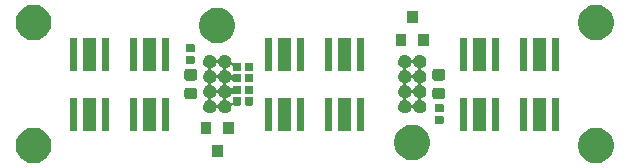
<source format=gbr>
G04 #@! TF.GenerationSoftware,KiCad,Pcbnew,(5.1.4)-1*
G04 #@! TF.CreationDate,2020-10-23T12:02:29-10:00*
G04 #@! TF.ProjectId,SkateLightBackLEDBoard,536b6174-654c-4696-9768-744261636b4c,rev?*
G04 #@! TF.SameCoordinates,Original*
G04 #@! TF.FileFunction,Soldermask,Top*
G04 #@! TF.FilePolarity,Negative*
%FSLAX46Y46*%
G04 Gerber Fmt 4.6, Leading zero omitted, Abs format (unit mm)*
G04 Created by KiCad (PCBNEW (5.1.4)-1) date 2020-10-23 12:02:29*
%MOMM*%
%LPD*%
G04 APERTURE LIST*
%ADD10C,0.100000*%
G04 APERTURE END LIST*
D10*
G36*
X24107379Y-3724543D02*
G01*
X24253388Y-3753586D01*
X24528464Y-3867526D01*
X24776025Y-4032941D01*
X24986559Y-4243475D01*
X25151974Y-4491036D01*
X25265914Y-4766112D01*
X25324000Y-5058130D01*
X25324000Y-5355870D01*
X25265914Y-5647888D01*
X25151974Y-5922964D01*
X24986559Y-6170525D01*
X24776025Y-6381059D01*
X24528464Y-6546474D01*
X24253388Y-6660414D01*
X24107379Y-6689457D01*
X23961371Y-6718500D01*
X23663629Y-6718500D01*
X23517621Y-6689457D01*
X23371612Y-6660414D01*
X23096536Y-6546474D01*
X22848975Y-6381059D01*
X22638441Y-6170525D01*
X22473026Y-5922964D01*
X22359086Y-5647888D01*
X22301000Y-5355870D01*
X22301000Y-5058130D01*
X22359086Y-4766112D01*
X22473026Y-4491036D01*
X22638441Y-4243475D01*
X22848975Y-4032941D01*
X23096536Y-3867526D01*
X23371612Y-3753586D01*
X23517621Y-3724543D01*
X23663629Y-3695500D01*
X23961371Y-3695500D01*
X24107379Y-3724543D01*
X24107379Y-3724543D01*
G37*
G36*
X-23517621Y-3724543D02*
G01*
X-23371612Y-3753586D01*
X-23096536Y-3867526D01*
X-22848975Y-4032941D01*
X-22638441Y-4243475D01*
X-22473026Y-4491036D01*
X-22359086Y-4766112D01*
X-22301000Y-5058130D01*
X-22301000Y-5355870D01*
X-22359086Y-5647888D01*
X-22473026Y-5922964D01*
X-22638441Y-6170525D01*
X-22848975Y-6381059D01*
X-23096536Y-6546474D01*
X-23371612Y-6660414D01*
X-23517621Y-6689457D01*
X-23663629Y-6718500D01*
X-23961371Y-6718500D01*
X-24107379Y-6689457D01*
X-24253388Y-6660414D01*
X-24528464Y-6546474D01*
X-24776025Y-6381059D01*
X-24986559Y-6170525D01*
X-25151974Y-5922964D01*
X-25265914Y-5647888D01*
X-25324000Y-5355870D01*
X-25324000Y-5058130D01*
X-25265914Y-4766112D01*
X-25151974Y-4491036D01*
X-24986559Y-4243475D01*
X-24776025Y-4032941D01*
X-24528464Y-3867526D01*
X-24253388Y-3753586D01*
X-24107379Y-3724543D01*
X-23961371Y-3695500D01*
X-23663629Y-3695500D01*
X-23517621Y-3724543D01*
X-23517621Y-3724543D01*
G37*
G36*
X8549879Y-3470543D02*
G01*
X8695888Y-3499586D01*
X8970964Y-3613526D01*
X9218525Y-3778941D01*
X9429059Y-3989475D01*
X9594474Y-4237036D01*
X9708414Y-4512112D01*
X9766500Y-4804130D01*
X9766500Y-5101870D01*
X9708414Y-5393888D01*
X9594474Y-5668964D01*
X9429059Y-5916525D01*
X9218525Y-6127059D01*
X8970964Y-6292474D01*
X8695888Y-6406414D01*
X8549879Y-6435457D01*
X8403871Y-6464500D01*
X8106129Y-6464500D01*
X7960121Y-6435457D01*
X7814112Y-6406414D01*
X7539036Y-6292474D01*
X7291475Y-6127059D01*
X7080941Y-5916525D01*
X6915526Y-5668964D01*
X6801586Y-5393888D01*
X6743500Y-5101870D01*
X6743500Y-4804130D01*
X6801586Y-4512112D01*
X6915526Y-4237036D01*
X7080941Y-3989475D01*
X7291475Y-3778941D01*
X7539036Y-3613526D01*
X7814112Y-3499586D01*
X7960121Y-3470543D01*
X8106129Y-3441500D01*
X8403871Y-3441500D01*
X8549879Y-3470543D01*
X8549879Y-3470543D01*
G37*
G36*
X-7804000Y-6200000D02*
G01*
X-8706000Y-6200000D01*
X-8706000Y-5198000D01*
X-7804000Y-5198000D01*
X-7804000Y-6200000D01*
X-7804000Y-6200000D01*
G37*
G36*
X-8754000Y-4200000D02*
G01*
X-9656000Y-4200000D01*
X-9656000Y-3198000D01*
X-8754000Y-3198000D01*
X-8754000Y-4200000D01*
X-8754000Y-4200000D01*
G37*
G36*
X-6854000Y-4200000D02*
G01*
X-7756000Y-4200000D01*
X-7756000Y-3198000D01*
X-6854000Y-3198000D01*
X-6854000Y-4200000D01*
X-6854000Y-4200000D01*
G37*
G36*
X4191000Y-3941000D02*
G01*
X3589000Y-3941000D01*
X3589000Y-1139000D01*
X4191000Y-1139000D01*
X4191000Y-3941000D01*
X4191000Y-3941000D01*
G37*
G36*
X20701000Y-3941000D02*
G01*
X20099000Y-3941000D01*
X20099000Y-1139000D01*
X20701000Y-1139000D01*
X20701000Y-3941000D01*
X20701000Y-3941000D01*
G37*
G36*
X18001000Y-3941000D02*
G01*
X17399000Y-3941000D01*
X17399000Y-1139000D01*
X18001000Y-1139000D01*
X18001000Y-3941000D01*
X18001000Y-3941000D01*
G37*
G36*
X19601000Y-3941000D02*
G01*
X18499000Y-3941000D01*
X18499000Y-1139000D01*
X19601000Y-1139000D01*
X19601000Y-3941000D01*
X19601000Y-3941000D01*
G37*
G36*
X15621000Y-3941000D02*
G01*
X15019000Y-3941000D01*
X15019000Y-1139000D01*
X15621000Y-1139000D01*
X15621000Y-3941000D01*
X15621000Y-3941000D01*
G37*
G36*
X12921000Y-3941000D02*
G01*
X12319000Y-3941000D01*
X12319000Y-1139000D01*
X12921000Y-1139000D01*
X12921000Y-3941000D01*
X12921000Y-3941000D01*
G37*
G36*
X14521000Y-3941000D02*
G01*
X13419000Y-3941000D01*
X13419000Y-1139000D01*
X14521000Y-1139000D01*
X14521000Y-3941000D01*
X14521000Y-3941000D01*
G37*
G36*
X1491000Y-3941000D02*
G01*
X889000Y-3941000D01*
X889000Y-1139000D01*
X1491000Y-1139000D01*
X1491000Y-3941000D01*
X1491000Y-3941000D01*
G37*
G36*
X3091000Y-3941000D02*
G01*
X1989000Y-3941000D01*
X1989000Y-1139000D01*
X3091000Y-1139000D01*
X3091000Y-3941000D01*
X3091000Y-3941000D01*
G37*
G36*
X-3589000Y-3941000D02*
G01*
X-4191000Y-3941000D01*
X-4191000Y-1139000D01*
X-3589000Y-1139000D01*
X-3589000Y-3941000D01*
X-3589000Y-3941000D01*
G37*
G36*
X-1989000Y-3941000D02*
G01*
X-3091000Y-3941000D01*
X-3091000Y-1139000D01*
X-1989000Y-1139000D01*
X-1989000Y-3941000D01*
X-1989000Y-3941000D01*
G37*
G36*
X-20099000Y-3941000D02*
G01*
X-20701000Y-3941000D01*
X-20701000Y-1139000D01*
X-20099000Y-1139000D01*
X-20099000Y-3941000D01*
X-20099000Y-3941000D01*
G37*
G36*
X-17399000Y-3941000D02*
G01*
X-18001000Y-3941000D01*
X-18001000Y-1139000D01*
X-17399000Y-1139000D01*
X-17399000Y-3941000D01*
X-17399000Y-3941000D01*
G37*
G36*
X-18499000Y-3941000D02*
G01*
X-19601000Y-3941000D01*
X-19601000Y-1139000D01*
X-18499000Y-1139000D01*
X-18499000Y-3941000D01*
X-18499000Y-3941000D01*
G37*
G36*
X-15019000Y-3941000D02*
G01*
X-15621000Y-3941000D01*
X-15621000Y-1139000D01*
X-15019000Y-1139000D01*
X-15019000Y-3941000D01*
X-15019000Y-3941000D01*
G37*
G36*
X-12319000Y-3941000D02*
G01*
X-12921000Y-3941000D01*
X-12921000Y-1139000D01*
X-12319000Y-1139000D01*
X-12319000Y-3941000D01*
X-12319000Y-3941000D01*
G37*
G36*
X-889000Y-3941000D02*
G01*
X-1491000Y-3941000D01*
X-1491000Y-1139000D01*
X-889000Y-1139000D01*
X-889000Y-3941000D01*
X-889000Y-3941000D01*
G37*
G36*
X-13419000Y-3941000D02*
G01*
X-14521000Y-3941000D01*
X-14521000Y-1139000D01*
X-13419000Y-1139000D01*
X-13419000Y-3941000D01*
X-13419000Y-3941000D01*
G37*
G36*
X10822938Y-2681716D02*
G01*
X10843557Y-2687971D01*
X10862553Y-2698124D01*
X10879208Y-2711792D01*
X10892876Y-2728447D01*
X10903029Y-2747443D01*
X10909284Y-2768062D01*
X10912000Y-2795640D01*
X10912000Y-3254360D01*
X10909284Y-3281938D01*
X10903029Y-3302557D01*
X10892876Y-3321553D01*
X10879208Y-3338208D01*
X10862553Y-3351876D01*
X10843557Y-3362029D01*
X10822938Y-3368284D01*
X10795360Y-3371000D01*
X10286640Y-3371000D01*
X10259062Y-3368284D01*
X10238443Y-3362029D01*
X10219447Y-3351876D01*
X10202792Y-3338208D01*
X10189124Y-3321553D01*
X10178971Y-3302557D01*
X10172716Y-3281938D01*
X10170000Y-3254360D01*
X10170000Y-2795640D01*
X10172716Y-2768062D01*
X10178971Y-2747443D01*
X10189124Y-2728447D01*
X10202792Y-2711792D01*
X10219447Y-2698124D01*
X10238443Y-2687971D01*
X10259062Y-2681716D01*
X10286640Y-2679000D01*
X10795360Y-2679000D01*
X10822938Y-2681716D01*
X10822938Y-2681716D01*
G37*
G36*
X7783051Y2442520D02*
G01*
X7833920Y2421449D01*
X7884786Y2400380D01*
X7976342Y2339204D01*
X8054204Y2261342D01*
X8115380Y2169786D01*
X8139516Y2111515D01*
X8151068Y2089905D01*
X8166613Y2070963D01*
X8185555Y2055418D01*
X8207166Y2043867D01*
X8230615Y2036754D01*
X8255001Y2034352D01*
X8279387Y2036754D01*
X8302836Y2043867D01*
X8324446Y2055419D01*
X8343388Y2070964D01*
X8358933Y2089906D01*
X8370484Y2111515D01*
X8394620Y2169786D01*
X8455796Y2261342D01*
X8533658Y2339204D01*
X8625214Y2400380D01*
X8676080Y2421449D01*
X8726949Y2442520D01*
X8834941Y2464000D01*
X8945059Y2464000D01*
X9053051Y2442520D01*
X9103920Y2421449D01*
X9154786Y2400380D01*
X9246342Y2339204D01*
X9324204Y2261342D01*
X9385380Y2169786D01*
X9406449Y2118920D01*
X9427520Y2068051D01*
X9449000Y1960059D01*
X9449000Y1849941D01*
X9427520Y1741949D01*
X9414997Y1711716D01*
X9385380Y1640214D01*
X9324204Y1548658D01*
X9246342Y1470796D01*
X9154786Y1409620D01*
X9096515Y1385484D01*
X9074905Y1373932D01*
X9055963Y1358387D01*
X9040418Y1339445D01*
X9028867Y1317834D01*
X9021754Y1294385D01*
X9019352Y1269999D01*
X9021754Y1245613D01*
X9028867Y1222164D01*
X9040419Y1200554D01*
X9055964Y1181612D01*
X9074906Y1166067D01*
X9096513Y1154517D01*
X9154786Y1130380D01*
X9246342Y1069204D01*
X9324204Y991342D01*
X9385380Y899786D01*
X9406449Y848920D01*
X9427520Y798051D01*
X9449000Y690059D01*
X9449000Y579941D01*
X9427520Y471949D01*
X9409516Y428485D01*
X9385380Y370214D01*
X9324204Y278658D01*
X9246342Y200796D01*
X9154786Y139620D01*
X9096515Y115484D01*
X9074905Y103932D01*
X9055963Y88387D01*
X9040418Y69445D01*
X9028867Y47834D01*
X9021754Y24385D01*
X9019352Y-1D01*
X9021754Y-24387D01*
X9028867Y-47836D01*
X9040419Y-69446D01*
X9055964Y-88388D01*
X9074906Y-103933D01*
X9096513Y-115483D01*
X9154786Y-139620D01*
X9246342Y-200796D01*
X9324204Y-278658D01*
X9385380Y-370214D01*
X9402452Y-411431D01*
X9427520Y-471949D01*
X9449000Y-579941D01*
X9449000Y-690059D01*
X9427520Y-798051D01*
X9413138Y-832771D01*
X9385380Y-899786D01*
X9324204Y-991342D01*
X9246342Y-1069204D01*
X9154786Y-1130380D01*
X9096515Y-1154516D01*
X9074905Y-1166068D01*
X9055963Y-1181613D01*
X9040418Y-1200555D01*
X9028867Y-1222166D01*
X9021754Y-1245615D01*
X9019352Y-1270001D01*
X9021754Y-1294387D01*
X9028867Y-1317836D01*
X9040419Y-1339446D01*
X9055964Y-1358388D01*
X9074906Y-1373933D01*
X9096513Y-1385483D01*
X9154786Y-1409620D01*
X9246342Y-1470796D01*
X9324204Y-1548658D01*
X9385380Y-1640214D01*
X9400489Y-1676691D01*
X9427520Y-1741949D01*
X9449000Y-1849941D01*
X9449000Y-1960059D01*
X9427520Y-2068051D01*
X9418467Y-2089906D01*
X9385380Y-2169786D01*
X9324204Y-2261342D01*
X9246342Y-2339204D01*
X9154786Y-2400380D01*
X9103920Y-2421449D01*
X9053051Y-2442520D01*
X8945059Y-2464000D01*
X8834941Y-2464000D01*
X8726949Y-2442520D01*
X8676080Y-2421449D01*
X8625214Y-2400380D01*
X8533658Y-2339204D01*
X8455796Y-2261342D01*
X8394620Y-2169786D01*
X8370483Y-2111513D01*
X8358932Y-2089905D01*
X8343387Y-2070963D01*
X8324445Y-2055418D01*
X8302834Y-2043867D01*
X8279385Y-2036754D01*
X8254999Y-2034352D01*
X8230613Y-2036754D01*
X8207164Y-2043867D01*
X8185554Y-2055419D01*
X8166612Y-2070964D01*
X8151067Y-2089906D01*
X8139517Y-2111513D01*
X8115380Y-2169786D01*
X8054204Y-2261342D01*
X7976342Y-2339204D01*
X7884786Y-2400380D01*
X7833920Y-2421449D01*
X7783051Y-2442520D01*
X7675059Y-2464000D01*
X7564941Y-2464000D01*
X7456949Y-2442520D01*
X7406080Y-2421449D01*
X7355214Y-2400380D01*
X7263658Y-2339204D01*
X7185796Y-2261342D01*
X7124620Y-2169786D01*
X7091533Y-2089906D01*
X7082480Y-2068051D01*
X7061000Y-1960059D01*
X7061000Y-1849941D01*
X7082480Y-1741949D01*
X7109511Y-1676691D01*
X7124620Y-1640214D01*
X7185796Y-1548658D01*
X7263658Y-1470796D01*
X7355214Y-1409620D01*
X7413487Y-1385483D01*
X7435095Y-1373932D01*
X7454037Y-1358387D01*
X7469582Y-1339445D01*
X7481133Y-1317834D01*
X7488246Y-1294385D01*
X7490647Y-1270001D01*
X7749352Y-1270001D01*
X7751754Y-1294387D01*
X7758867Y-1317836D01*
X7770419Y-1339446D01*
X7785964Y-1358388D01*
X7804906Y-1373933D01*
X7826513Y-1385483D01*
X7884786Y-1409620D01*
X7976342Y-1470796D01*
X8054204Y-1548658D01*
X8115380Y-1640214D01*
X8139516Y-1698485D01*
X8151068Y-1720095D01*
X8166613Y-1739037D01*
X8185555Y-1754582D01*
X8207166Y-1766133D01*
X8230615Y-1773246D01*
X8255001Y-1775648D01*
X8279387Y-1773246D01*
X8302836Y-1766133D01*
X8324446Y-1754581D01*
X8343388Y-1739036D01*
X8358933Y-1720094D01*
X8370484Y-1698485D01*
X8394620Y-1640214D01*
X8455796Y-1548658D01*
X8533658Y-1470796D01*
X8625214Y-1409620D01*
X8683487Y-1385483D01*
X8705095Y-1373932D01*
X8724037Y-1358387D01*
X8739582Y-1339445D01*
X8751133Y-1317834D01*
X8758246Y-1294385D01*
X8760648Y-1269999D01*
X8758246Y-1245613D01*
X8751133Y-1222164D01*
X8739581Y-1200554D01*
X8724036Y-1181612D01*
X8705094Y-1166067D01*
X8683485Y-1154516D01*
X8625214Y-1130380D01*
X8533658Y-1069204D01*
X8455796Y-991342D01*
X8394620Y-899786D01*
X8370483Y-841513D01*
X8358932Y-819905D01*
X8343387Y-800963D01*
X8324445Y-785418D01*
X8302834Y-773867D01*
X8279385Y-766754D01*
X8254999Y-764352D01*
X8230613Y-766754D01*
X8207164Y-773867D01*
X8185554Y-785419D01*
X8166612Y-800964D01*
X8151067Y-819906D01*
X8139517Y-841513D01*
X8115380Y-899786D01*
X8054204Y-991342D01*
X7976342Y-1069204D01*
X7884786Y-1130380D01*
X7826515Y-1154516D01*
X7804905Y-1166068D01*
X7785963Y-1181613D01*
X7770418Y-1200555D01*
X7758867Y-1222166D01*
X7751754Y-1245615D01*
X7749352Y-1270001D01*
X7490647Y-1270001D01*
X7490648Y-1269999D01*
X7488246Y-1245613D01*
X7481133Y-1222164D01*
X7469581Y-1200554D01*
X7454036Y-1181612D01*
X7435094Y-1166067D01*
X7413485Y-1154516D01*
X7355214Y-1130380D01*
X7263658Y-1069204D01*
X7185796Y-991342D01*
X7124620Y-899786D01*
X7096862Y-832771D01*
X7082480Y-798051D01*
X7061000Y-690059D01*
X7061000Y-579941D01*
X7082480Y-471949D01*
X7107548Y-411431D01*
X7124620Y-370214D01*
X7185796Y-278658D01*
X7263658Y-200796D01*
X7355214Y-139620D01*
X7413487Y-115483D01*
X7435095Y-103932D01*
X7454037Y-88387D01*
X7469582Y-69445D01*
X7481133Y-47834D01*
X7488246Y-24385D01*
X7490647Y-1D01*
X7749352Y-1D01*
X7751754Y-24387D01*
X7758867Y-47836D01*
X7770419Y-69446D01*
X7785964Y-88388D01*
X7804906Y-103933D01*
X7826513Y-115483D01*
X7884786Y-139620D01*
X7976342Y-200796D01*
X8054204Y-278658D01*
X8115380Y-370214D01*
X8132452Y-411431D01*
X8139516Y-428485D01*
X8151068Y-450095D01*
X8166613Y-469037D01*
X8185555Y-484582D01*
X8207166Y-496133D01*
X8230615Y-503246D01*
X8255001Y-505648D01*
X8279387Y-503246D01*
X8302836Y-496133D01*
X8324446Y-484581D01*
X8343388Y-469036D01*
X8358933Y-450094D01*
X8370484Y-428485D01*
X8377548Y-411431D01*
X8394620Y-370214D01*
X8455796Y-278658D01*
X8533658Y-200796D01*
X8625214Y-139620D01*
X8683487Y-115483D01*
X8705095Y-103932D01*
X8724037Y-88387D01*
X8739582Y-69445D01*
X8751133Y-47834D01*
X8758246Y-24385D01*
X8760648Y1D01*
X8758246Y24387D01*
X8751133Y47836D01*
X8739581Y69446D01*
X8724036Y88388D01*
X8705094Y103933D01*
X8683485Y115484D01*
X8625214Y139620D01*
X8533658Y200796D01*
X8455796Y278658D01*
X8394620Y370214D01*
X8370483Y428487D01*
X8358932Y450095D01*
X8343387Y469037D01*
X8324445Y484582D01*
X8302834Y496133D01*
X8279385Y503246D01*
X8254999Y505648D01*
X8230613Y503246D01*
X8207164Y496133D01*
X8185554Y484581D01*
X8166612Y469036D01*
X8151067Y450094D01*
X8139517Y428487D01*
X8115380Y370214D01*
X8054204Y278658D01*
X7976342Y200796D01*
X7884786Y139620D01*
X7826515Y115484D01*
X7804905Y103932D01*
X7785963Y88387D01*
X7770418Y69445D01*
X7758867Y47834D01*
X7751754Y24385D01*
X7749352Y-1D01*
X7490647Y-1D01*
X7490648Y1D01*
X7488246Y24387D01*
X7481133Y47836D01*
X7469581Y69446D01*
X7454036Y88388D01*
X7435094Y103933D01*
X7413485Y115484D01*
X7355214Y139620D01*
X7263658Y200796D01*
X7185796Y278658D01*
X7124620Y370214D01*
X7100484Y428485D01*
X7082480Y471949D01*
X7061000Y579941D01*
X7061000Y690059D01*
X7082480Y798051D01*
X7103551Y848920D01*
X7124620Y899786D01*
X7185796Y991342D01*
X7263658Y1069204D01*
X7355214Y1130380D01*
X7413487Y1154517D01*
X7435095Y1166068D01*
X7454037Y1181613D01*
X7469582Y1200555D01*
X7481133Y1222166D01*
X7488246Y1245615D01*
X7490647Y1269999D01*
X7749352Y1269999D01*
X7751754Y1245613D01*
X7758867Y1222164D01*
X7770419Y1200554D01*
X7785964Y1181612D01*
X7804906Y1166067D01*
X7826513Y1154517D01*
X7884786Y1130380D01*
X7976342Y1069204D01*
X8054204Y991342D01*
X8115380Y899786D01*
X8138255Y844560D01*
X8139516Y841515D01*
X8151068Y819905D01*
X8166613Y800963D01*
X8185555Y785418D01*
X8207166Y773867D01*
X8230615Y766754D01*
X8255001Y764352D01*
X8279387Y766754D01*
X8302836Y773867D01*
X8324446Y785419D01*
X8343388Y800964D01*
X8358933Y819906D01*
X8370484Y841515D01*
X8371745Y844560D01*
X8394620Y899786D01*
X8455796Y991342D01*
X8533658Y1069204D01*
X8625214Y1130380D01*
X8683487Y1154517D01*
X8705095Y1166068D01*
X8724037Y1181613D01*
X8739582Y1200555D01*
X8751133Y1222166D01*
X8758246Y1245615D01*
X8760648Y1270001D01*
X8758246Y1294387D01*
X8751133Y1317836D01*
X8739581Y1339446D01*
X8724036Y1358388D01*
X8705094Y1373933D01*
X8683485Y1385484D01*
X8625214Y1409620D01*
X8533658Y1470796D01*
X8455796Y1548658D01*
X8394620Y1640214D01*
X8370483Y1698487D01*
X8358932Y1720095D01*
X8343387Y1739037D01*
X8324445Y1754582D01*
X8302834Y1766133D01*
X8279385Y1773246D01*
X8254999Y1775648D01*
X8230613Y1773246D01*
X8207164Y1766133D01*
X8185554Y1754581D01*
X8166612Y1739036D01*
X8151067Y1720094D01*
X8139517Y1698487D01*
X8115380Y1640214D01*
X8054204Y1548658D01*
X7976342Y1470796D01*
X7884786Y1409620D01*
X7826515Y1385484D01*
X7804905Y1373932D01*
X7785963Y1358387D01*
X7770418Y1339445D01*
X7758867Y1317834D01*
X7751754Y1294385D01*
X7749352Y1269999D01*
X7490647Y1269999D01*
X7490648Y1270001D01*
X7488246Y1294387D01*
X7481133Y1317836D01*
X7469581Y1339446D01*
X7454036Y1358388D01*
X7435094Y1373933D01*
X7413485Y1385484D01*
X7355214Y1409620D01*
X7263658Y1470796D01*
X7185796Y1548658D01*
X7124620Y1640214D01*
X7095003Y1711716D01*
X7082480Y1741949D01*
X7061000Y1849941D01*
X7061000Y1960059D01*
X7082480Y2068051D01*
X7103551Y2118920D01*
X7124620Y2169786D01*
X7185796Y2261342D01*
X7263658Y2339204D01*
X7355214Y2400380D01*
X7406080Y2421449D01*
X7456949Y2442520D01*
X7564941Y2464000D01*
X7675059Y2464000D01*
X7783051Y2442520D01*
X7783051Y2442520D01*
G37*
G36*
X-8726949Y2442520D02*
G01*
X-8676080Y2421449D01*
X-8625214Y2400380D01*
X-8533658Y2339204D01*
X-8455796Y2261342D01*
X-8394620Y2169786D01*
X-8370484Y2111515D01*
X-8358932Y2089905D01*
X-8343387Y2070963D01*
X-8324445Y2055418D01*
X-8302834Y2043867D01*
X-8279385Y2036754D01*
X-8254999Y2034352D01*
X-8230613Y2036754D01*
X-8207164Y2043867D01*
X-8185554Y2055419D01*
X-8166612Y2070964D01*
X-8151067Y2089906D01*
X-8139516Y2111515D01*
X-8115380Y2169786D01*
X-8054204Y2261342D01*
X-7976342Y2339204D01*
X-7884786Y2400380D01*
X-7833920Y2421449D01*
X-7783051Y2442520D01*
X-7675059Y2464000D01*
X-7564941Y2464000D01*
X-7456949Y2442520D01*
X-7406080Y2421449D01*
X-7355214Y2400380D01*
X-7263658Y2339204D01*
X-7185796Y2261342D01*
X-7124620Y2169786D01*
X-7103551Y2118920D01*
X-7082480Y2068051D01*
X-7061000Y1960059D01*
X-7061000Y1916972D01*
X-7058598Y1892586D01*
X-7051485Y1869137D01*
X-7039934Y1847526D01*
X-7024389Y1828584D01*
X-7005447Y1813039D01*
X-6983836Y1801488D01*
X-6960387Y1794375D01*
X-6936001Y1791973D01*
X-6911615Y1794375D01*
X-6888166Y1801488D01*
X-6879992Y1805354D01*
X-6858598Y1811844D01*
X-6831020Y1814560D01*
X-6322300Y1814560D01*
X-6294722Y1811844D01*
X-6274103Y1805589D01*
X-6255107Y1795436D01*
X-6238452Y1781768D01*
X-6224784Y1765113D01*
X-6214631Y1746117D01*
X-6208376Y1725498D01*
X-6205660Y1697920D01*
X-6205660Y1239200D01*
X-6208376Y1211622D01*
X-6214631Y1191003D01*
X-6224784Y1172007D01*
X-6238452Y1155352D01*
X-6255107Y1141684D01*
X-6274103Y1131531D01*
X-6294722Y1125276D01*
X-6322300Y1122560D01*
X-6831020Y1122560D01*
X-6858598Y1125276D01*
X-6879217Y1131531D01*
X-6898213Y1141684D01*
X-6914868Y1155352D01*
X-6928536Y1172007D01*
X-6938689Y1191003D01*
X-6944944Y1211622D01*
X-6947660Y1239200D01*
X-6947660Y1492988D01*
X-6950062Y1517374D01*
X-6957175Y1540823D01*
X-6968726Y1562434D01*
X-6984271Y1581376D01*
X-7003213Y1596921D01*
X-7024824Y1608472D01*
X-7048273Y1615585D01*
X-7072659Y1617987D01*
X-7097045Y1615585D01*
X-7120494Y1608472D01*
X-7142105Y1596921D01*
X-7161047Y1581376D01*
X-7176591Y1562434D01*
X-7185796Y1548658D01*
X-7263658Y1470796D01*
X-7355214Y1409620D01*
X-7413485Y1385484D01*
X-7435095Y1373932D01*
X-7454037Y1358387D01*
X-7469582Y1339445D01*
X-7481133Y1317834D01*
X-7488246Y1294385D01*
X-7490648Y1269999D01*
X-7488246Y1245613D01*
X-7481133Y1222164D01*
X-7469581Y1200554D01*
X-7454036Y1181612D01*
X-7435094Y1166067D01*
X-7413487Y1154517D01*
X-7355214Y1130380D01*
X-7263658Y1069204D01*
X-7185796Y991342D01*
X-7124620Y899786D01*
X-7108694Y861335D01*
X-7097145Y839730D01*
X-7081599Y820788D01*
X-7062657Y805243D01*
X-7041046Y793692D01*
X-7017597Y786579D01*
X-6993211Y784177D01*
X-6968825Y786579D01*
X-6945376Y793692D01*
X-6913914Y812550D01*
X-6898213Y825436D01*
X-6879217Y835589D01*
X-6858598Y841844D01*
X-6831020Y844560D01*
X-6322300Y844560D01*
X-6294722Y841844D01*
X-6274103Y835589D01*
X-6255107Y825436D01*
X-6238452Y811768D01*
X-6224784Y795113D01*
X-6214631Y776117D01*
X-6208376Y755498D01*
X-6205660Y727920D01*
X-6205660Y269200D01*
X-6208376Y241622D01*
X-6214631Y221003D01*
X-6224784Y202007D01*
X-6238452Y185352D01*
X-6255107Y171684D01*
X-6274103Y161531D01*
X-6294722Y155276D01*
X-6322300Y152560D01*
X-6831020Y152560D01*
X-6858598Y155276D01*
X-6879217Y161531D01*
X-6898213Y171684D01*
X-6914868Y185352D01*
X-6928536Y202007D01*
X-6938689Y221003D01*
X-6945302Y242802D01*
X-6949601Y264417D01*
X-6958978Y287056D01*
X-6972591Y307431D01*
X-6989917Y324759D01*
X-7010291Y338373D01*
X-7032930Y347751D01*
X-7056963Y352533D01*
X-7081467Y352534D01*
X-7105500Y347754D01*
X-7128139Y338377D01*
X-7148514Y324764D01*
X-7165842Y307438D01*
X-7173145Y297591D01*
X-7185796Y278658D01*
X-7263658Y200796D01*
X-7355214Y139620D01*
X-7413485Y115484D01*
X-7435095Y103932D01*
X-7454037Y88387D01*
X-7469582Y69445D01*
X-7481133Y47834D01*
X-7488246Y24385D01*
X-7490648Y-1D01*
X-7488246Y-24387D01*
X-7481133Y-47836D01*
X-7469581Y-69446D01*
X-7454036Y-88388D01*
X-7435094Y-103933D01*
X-7413487Y-115483D01*
X-7355214Y-139620D01*
X-7263658Y-200796D01*
X-7185796Y-278658D01*
X-7185794Y-278661D01*
X-7173034Y-297758D01*
X-7157489Y-316700D01*
X-7138548Y-332245D01*
X-7116937Y-343797D01*
X-7093488Y-350910D01*
X-7069102Y-353312D01*
X-7044716Y-350910D01*
X-7021267Y-343797D01*
X-6999656Y-332246D01*
X-6980714Y-316701D01*
X-6965169Y-297760D01*
X-6953617Y-276149D01*
X-6947069Y-250007D01*
X-6938689Y-222383D01*
X-6928536Y-203387D01*
X-6914868Y-186732D01*
X-6898213Y-173064D01*
X-6879217Y-162911D01*
X-6858598Y-156656D01*
X-6831020Y-153940D01*
X-6322300Y-153940D01*
X-6294722Y-156656D01*
X-6274103Y-162911D01*
X-6255107Y-173064D01*
X-6238452Y-186732D01*
X-6224784Y-203387D01*
X-6214631Y-222383D01*
X-6208376Y-243002D01*
X-6205660Y-270580D01*
X-6205660Y-729300D01*
X-6208376Y-756878D01*
X-6214631Y-777497D01*
X-6224784Y-796493D01*
X-6238452Y-813148D01*
X-6255107Y-826816D01*
X-6274103Y-836969D01*
X-6294722Y-843224D01*
X-6322300Y-845940D01*
X-6831020Y-845940D01*
X-6858598Y-843224D01*
X-6879217Y-836969D01*
X-6898213Y-826816D01*
X-6914342Y-813579D01*
X-6934717Y-799966D01*
X-6957356Y-790589D01*
X-6981389Y-785809D01*
X-7005893Y-785809D01*
X-7029926Y-790590D01*
X-7052565Y-799968D01*
X-7072939Y-813582D01*
X-7090266Y-830909D01*
X-7109121Y-862368D01*
X-7124620Y-899786D01*
X-7185796Y-991342D01*
X-7263658Y-1069204D01*
X-7355214Y-1130380D01*
X-7413485Y-1154516D01*
X-7435095Y-1166068D01*
X-7454037Y-1181613D01*
X-7469582Y-1200555D01*
X-7481133Y-1222166D01*
X-7488246Y-1245615D01*
X-7490648Y-1270001D01*
X-7488246Y-1294387D01*
X-7481133Y-1317836D01*
X-7469581Y-1339446D01*
X-7454036Y-1358388D01*
X-7435094Y-1373933D01*
X-7413487Y-1385483D01*
X-7355214Y-1409620D01*
X-7263658Y-1470796D01*
X-7185796Y-1548658D01*
X-7185794Y-1548661D01*
X-7176592Y-1562433D01*
X-7161047Y-1581375D01*
X-7142106Y-1596920D01*
X-7120495Y-1608472D01*
X-7097046Y-1615585D01*
X-7072660Y-1617987D01*
X-7048274Y-1615585D01*
X-7024825Y-1608472D01*
X-7003214Y-1596921D01*
X-6984272Y-1581376D01*
X-6968727Y-1562435D01*
X-6957175Y-1540824D01*
X-6950062Y-1517375D01*
X-6947660Y-1492988D01*
X-6947660Y-1240580D01*
X-6944944Y-1213002D01*
X-6938689Y-1192383D01*
X-6928536Y-1173387D01*
X-6914868Y-1156732D01*
X-6898213Y-1143064D01*
X-6879217Y-1132911D01*
X-6858598Y-1126656D01*
X-6831020Y-1123940D01*
X-6322300Y-1123940D01*
X-6294722Y-1126656D01*
X-6274103Y-1132911D01*
X-6255107Y-1143064D01*
X-6238452Y-1156732D01*
X-6224784Y-1173387D01*
X-6214631Y-1192383D01*
X-6208376Y-1213002D01*
X-6205660Y-1240580D01*
X-6205660Y-1699300D01*
X-6208376Y-1726878D01*
X-6214631Y-1747497D01*
X-6224784Y-1766493D01*
X-6238452Y-1783148D01*
X-6255107Y-1796816D01*
X-6274103Y-1806969D01*
X-6294722Y-1813224D01*
X-6322300Y-1815940D01*
X-6831020Y-1815940D01*
X-6858598Y-1813224D01*
X-6881538Y-1806265D01*
X-6899709Y-1798737D01*
X-6923742Y-1793956D01*
X-6948246Y-1793954D01*
X-6972280Y-1798733D01*
X-6994919Y-1808110D01*
X-7015294Y-1821722D01*
X-7032622Y-1839048D01*
X-7046237Y-1859422D01*
X-7055616Y-1882060D01*
X-7060397Y-1906093D01*
X-7061000Y-1918352D01*
X-7061000Y-1960059D01*
X-7082480Y-2068051D01*
X-7091533Y-2089906D01*
X-7124620Y-2169786D01*
X-7185796Y-2261342D01*
X-7263658Y-2339204D01*
X-7355214Y-2400380D01*
X-7406080Y-2421449D01*
X-7456949Y-2442520D01*
X-7564941Y-2464000D01*
X-7675059Y-2464000D01*
X-7783051Y-2442520D01*
X-7833920Y-2421449D01*
X-7884786Y-2400380D01*
X-7976342Y-2339204D01*
X-8054204Y-2261342D01*
X-8115380Y-2169786D01*
X-8139517Y-2111513D01*
X-8151068Y-2089905D01*
X-8166613Y-2070963D01*
X-8185555Y-2055418D01*
X-8207166Y-2043867D01*
X-8230615Y-2036754D01*
X-8255001Y-2034352D01*
X-8279387Y-2036754D01*
X-8302836Y-2043867D01*
X-8324446Y-2055419D01*
X-8343388Y-2070964D01*
X-8358933Y-2089906D01*
X-8370483Y-2111513D01*
X-8394620Y-2169786D01*
X-8455796Y-2261342D01*
X-8533658Y-2339204D01*
X-8625214Y-2400380D01*
X-8676080Y-2421449D01*
X-8726949Y-2442520D01*
X-8834941Y-2464000D01*
X-8945059Y-2464000D01*
X-9053051Y-2442520D01*
X-9103920Y-2421449D01*
X-9154786Y-2400380D01*
X-9246342Y-2339204D01*
X-9324204Y-2261342D01*
X-9385380Y-2169786D01*
X-9418467Y-2089906D01*
X-9427520Y-2068051D01*
X-9449000Y-1960059D01*
X-9449000Y-1849941D01*
X-9427520Y-1741949D01*
X-9400489Y-1676691D01*
X-9385380Y-1640214D01*
X-9324204Y-1548658D01*
X-9246342Y-1470796D01*
X-9154786Y-1409620D01*
X-9096513Y-1385483D01*
X-9074905Y-1373932D01*
X-9055963Y-1358387D01*
X-9040418Y-1339445D01*
X-9028867Y-1317834D01*
X-9021754Y-1294385D01*
X-9019353Y-1270001D01*
X-8760648Y-1270001D01*
X-8758246Y-1294387D01*
X-8751133Y-1317836D01*
X-8739581Y-1339446D01*
X-8724036Y-1358388D01*
X-8705094Y-1373933D01*
X-8683487Y-1385483D01*
X-8625214Y-1409620D01*
X-8533658Y-1470796D01*
X-8455796Y-1548658D01*
X-8394620Y-1640214D01*
X-8370484Y-1698485D01*
X-8358932Y-1720095D01*
X-8343387Y-1739037D01*
X-8324445Y-1754582D01*
X-8302834Y-1766133D01*
X-8279385Y-1773246D01*
X-8254999Y-1775648D01*
X-8230613Y-1773246D01*
X-8207164Y-1766133D01*
X-8185554Y-1754581D01*
X-8166612Y-1739036D01*
X-8151067Y-1720094D01*
X-8139516Y-1698485D01*
X-8115380Y-1640214D01*
X-8054204Y-1548658D01*
X-7976342Y-1470796D01*
X-7884786Y-1409620D01*
X-7826513Y-1385483D01*
X-7804905Y-1373932D01*
X-7785963Y-1358387D01*
X-7770418Y-1339445D01*
X-7758867Y-1317834D01*
X-7751754Y-1294385D01*
X-7749352Y-1269999D01*
X-7751754Y-1245613D01*
X-7758867Y-1222164D01*
X-7770419Y-1200554D01*
X-7785964Y-1181612D01*
X-7804906Y-1166067D01*
X-7826515Y-1154516D01*
X-7884786Y-1130380D01*
X-7976342Y-1069204D01*
X-8054204Y-991342D01*
X-8115380Y-899786D01*
X-8139517Y-841513D01*
X-8151068Y-819905D01*
X-8166613Y-800963D01*
X-8185555Y-785418D01*
X-8207166Y-773867D01*
X-8230615Y-766754D01*
X-8255001Y-764352D01*
X-8279387Y-766754D01*
X-8302836Y-773867D01*
X-8324446Y-785419D01*
X-8343388Y-800964D01*
X-8358933Y-819906D01*
X-8370483Y-841513D01*
X-8394620Y-899786D01*
X-8455796Y-991342D01*
X-8533658Y-1069204D01*
X-8625214Y-1130380D01*
X-8683485Y-1154516D01*
X-8705095Y-1166068D01*
X-8724037Y-1181613D01*
X-8739582Y-1200555D01*
X-8751133Y-1222166D01*
X-8758246Y-1245615D01*
X-8760648Y-1270001D01*
X-9019353Y-1270001D01*
X-9019352Y-1269999D01*
X-9021754Y-1245613D01*
X-9028867Y-1222164D01*
X-9040419Y-1200554D01*
X-9055964Y-1181612D01*
X-9074906Y-1166067D01*
X-9096515Y-1154516D01*
X-9154786Y-1130380D01*
X-9246342Y-1069204D01*
X-9324204Y-991342D01*
X-9385380Y-899786D01*
X-9413138Y-832771D01*
X-9427520Y-798051D01*
X-9449000Y-690059D01*
X-9449000Y-579941D01*
X-9427520Y-471949D01*
X-9402452Y-411431D01*
X-9385380Y-370214D01*
X-9324204Y-278658D01*
X-9246342Y-200796D01*
X-9154786Y-139620D01*
X-9096513Y-115483D01*
X-9074905Y-103932D01*
X-9055963Y-88387D01*
X-9040418Y-69445D01*
X-9028867Y-47834D01*
X-9021754Y-24385D01*
X-9019353Y-1D01*
X-8760648Y-1D01*
X-8758246Y-24387D01*
X-8751133Y-47836D01*
X-8739581Y-69446D01*
X-8724036Y-88388D01*
X-8705094Y-103933D01*
X-8683487Y-115483D01*
X-8625214Y-139620D01*
X-8533658Y-200796D01*
X-8455796Y-278658D01*
X-8394620Y-370214D01*
X-8377548Y-411431D01*
X-8370484Y-428485D01*
X-8358932Y-450095D01*
X-8343387Y-469037D01*
X-8324445Y-484582D01*
X-8302834Y-496133D01*
X-8279385Y-503246D01*
X-8254999Y-505648D01*
X-8230613Y-503246D01*
X-8207164Y-496133D01*
X-8185554Y-484581D01*
X-8166612Y-469036D01*
X-8151067Y-450094D01*
X-8139516Y-428485D01*
X-8132452Y-411431D01*
X-8115380Y-370214D01*
X-8054204Y-278658D01*
X-7976342Y-200796D01*
X-7884786Y-139620D01*
X-7826513Y-115483D01*
X-7804905Y-103932D01*
X-7785963Y-88387D01*
X-7770418Y-69445D01*
X-7758867Y-47834D01*
X-7751754Y-24385D01*
X-7749352Y1D01*
X-7751754Y24387D01*
X-7758867Y47836D01*
X-7770419Y69446D01*
X-7785964Y88388D01*
X-7804906Y103933D01*
X-7826515Y115484D01*
X-7884786Y139620D01*
X-7976342Y200796D01*
X-8054204Y278658D01*
X-8115380Y370214D01*
X-8139517Y428487D01*
X-8151068Y450095D01*
X-8166613Y469037D01*
X-8185555Y484582D01*
X-8207166Y496133D01*
X-8230615Y503246D01*
X-8255001Y505648D01*
X-8279387Y503246D01*
X-8302836Y496133D01*
X-8324446Y484581D01*
X-8343388Y469036D01*
X-8358933Y450094D01*
X-8370483Y428487D01*
X-8394620Y370214D01*
X-8455796Y278658D01*
X-8533658Y200796D01*
X-8625214Y139620D01*
X-8683485Y115484D01*
X-8705095Y103932D01*
X-8724037Y88387D01*
X-8739582Y69445D01*
X-8751133Y47834D01*
X-8758246Y24385D01*
X-8760648Y-1D01*
X-9019353Y-1D01*
X-9019352Y1D01*
X-9021754Y24387D01*
X-9028867Y47836D01*
X-9040419Y69446D01*
X-9055964Y88388D01*
X-9074906Y103933D01*
X-9096515Y115484D01*
X-9154786Y139620D01*
X-9246342Y200796D01*
X-9324204Y278658D01*
X-9385380Y370214D01*
X-9409516Y428485D01*
X-9427520Y471949D01*
X-9449000Y579941D01*
X-9449000Y690059D01*
X-9427520Y798051D01*
X-9406449Y848920D01*
X-9385380Y899786D01*
X-9324204Y991342D01*
X-9246342Y1069204D01*
X-9154786Y1130380D01*
X-9096513Y1154517D01*
X-9074905Y1166068D01*
X-9055963Y1181613D01*
X-9040418Y1200555D01*
X-9028867Y1222166D01*
X-9021754Y1245615D01*
X-9019353Y1269999D01*
X-8760648Y1269999D01*
X-8758246Y1245613D01*
X-8751133Y1222164D01*
X-8739581Y1200554D01*
X-8724036Y1181612D01*
X-8705094Y1166067D01*
X-8683487Y1154517D01*
X-8625214Y1130380D01*
X-8533658Y1069204D01*
X-8455796Y991342D01*
X-8394620Y899786D01*
X-8371745Y844560D01*
X-8370484Y841515D01*
X-8358932Y819905D01*
X-8343387Y800963D01*
X-8324445Y785418D01*
X-8302834Y773867D01*
X-8279385Y766754D01*
X-8254999Y764352D01*
X-8230613Y766754D01*
X-8207164Y773867D01*
X-8185554Y785419D01*
X-8166612Y800964D01*
X-8151067Y819906D01*
X-8139516Y841515D01*
X-8138255Y844560D01*
X-8115380Y899786D01*
X-8054204Y991342D01*
X-7976342Y1069204D01*
X-7884786Y1130380D01*
X-7826513Y1154517D01*
X-7804905Y1166068D01*
X-7785963Y1181613D01*
X-7770418Y1200555D01*
X-7758867Y1222166D01*
X-7751754Y1245615D01*
X-7749352Y1270001D01*
X-7751754Y1294387D01*
X-7758867Y1317836D01*
X-7770419Y1339446D01*
X-7785964Y1358388D01*
X-7804906Y1373933D01*
X-7826515Y1385484D01*
X-7884786Y1409620D01*
X-7976342Y1470796D01*
X-8054204Y1548658D01*
X-8115380Y1640214D01*
X-8139517Y1698487D01*
X-8151068Y1720095D01*
X-8166613Y1739037D01*
X-8185555Y1754582D01*
X-8207166Y1766133D01*
X-8230615Y1773246D01*
X-8255001Y1775648D01*
X-8279387Y1773246D01*
X-8302836Y1766133D01*
X-8324446Y1754581D01*
X-8343388Y1739036D01*
X-8358933Y1720094D01*
X-8370483Y1698487D01*
X-8394620Y1640214D01*
X-8455796Y1548658D01*
X-8533658Y1470796D01*
X-8625214Y1409620D01*
X-8683485Y1385484D01*
X-8705095Y1373932D01*
X-8724037Y1358387D01*
X-8739582Y1339445D01*
X-8751133Y1317834D01*
X-8758246Y1294385D01*
X-8760648Y1269999D01*
X-9019353Y1269999D01*
X-9019352Y1270001D01*
X-9021754Y1294387D01*
X-9028867Y1317836D01*
X-9040419Y1339446D01*
X-9055964Y1358388D01*
X-9074906Y1373933D01*
X-9096515Y1385484D01*
X-9154786Y1409620D01*
X-9246342Y1470796D01*
X-9324204Y1548658D01*
X-9385380Y1640214D01*
X-9414997Y1711716D01*
X-9427520Y1741949D01*
X-9449000Y1849941D01*
X-9449000Y1960059D01*
X-9427520Y2068051D01*
X-9406449Y2118920D01*
X-9385380Y2169786D01*
X-9324204Y2261342D01*
X-9246342Y2339204D01*
X-9154786Y2400380D01*
X-9103920Y2421449D01*
X-9053051Y2442520D01*
X-8945059Y2464000D01*
X-8834941Y2464000D01*
X-8726949Y2442520D01*
X-8726949Y2442520D01*
G37*
G36*
X10822938Y-1711716D02*
G01*
X10843557Y-1717971D01*
X10862553Y-1728124D01*
X10879208Y-1741792D01*
X10892876Y-1758447D01*
X10903029Y-1777443D01*
X10909284Y-1798062D01*
X10912000Y-1825640D01*
X10912000Y-2284360D01*
X10909284Y-2311938D01*
X10903029Y-2332557D01*
X10892876Y-2351553D01*
X10879208Y-2368208D01*
X10862553Y-2381876D01*
X10843557Y-2392029D01*
X10822938Y-2398284D01*
X10795360Y-2401000D01*
X10286640Y-2401000D01*
X10259062Y-2398284D01*
X10238443Y-2392029D01*
X10219447Y-2381876D01*
X10202792Y-2368208D01*
X10189124Y-2351553D01*
X10178971Y-2332557D01*
X10172716Y-2311938D01*
X10170000Y-2284360D01*
X10170000Y-1825640D01*
X10172716Y-1798062D01*
X10178971Y-1777443D01*
X10189124Y-1758447D01*
X10202792Y-1741792D01*
X10219447Y-1728124D01*
X10238443Y-1717971D01*
X10259062Y-1711716D01*
X10286640Y-1709000D01*
X10795360Y-1709000D01*
X10822938Y-1711716D01*
X10822938Y-1711716D01*
G37*
G36*
X-5278722Y-1126656D02*
G01*
X-5258103Y-1132911D01*
X-5239107Y-1143064D01*
X-5222452Y-1156732D01*
X-5208784Y-1173387D01*
X-5198631Y-1192383D01*
X-5192376Y-1213002D01*
X-5189660Y-1240580D01*
X-5189660Y-1699300D01*
X-5192376Y-1726878D01*
X-5198631Y-1747497D01*
X-5208784Y-1766493D01*
X-5222452Y-1783148D01*
X-5239107Y-1796816D01*
X-5258103Y-1806969D01*
X-5278722Y-1813224D01*
X-5306300Y-1815940D01*
X-5815020Y-1815940D01*
X-5842598Y-1813224D01*
X-5863217Y-1806969D01*
X-5882213Y-1796816D01*
X-5898868Y-1783148D01*
X-5912536Y-1766493D01*
X-5922689Y-1747497D01*
X-5928944Y-1726878D01*
X-5931660Y-1699300D01*
X-5931660Y-1240580D01*
X-5928944Y-1213002D01*
X-5922689Y-1192383D01*
X-5912536Y-1173387D01*
X-5898868Y-1156732D01*
X-5882213Y-1143064D01*
X-5863217Y-1132911D01*
X-5842598Y-1126656D01*
X-5815020Y-1123940D01*
X-5306300Y-1123940D01*
X-5278722Y-1126656D01*
X-5278722Y-1126656D01*
G37*
G36*
X-10120409Y-303085D02*
G01*
X-10086431Y-313393D01*
X-10055110Y-330134D01*
X-10027661Y-352661D01*
X-10005134Y-380110D01*
X-9988393Y-411431D01*
X-9978085Y-445409D01*
X-9974000Y-486890D01*
X-9974000Y-1088110D01*
X-9978085Y-1129591D01*
X-9988393Y-1163569D01*
X-10005134Y-1194890D01*
X-10027661Y-1222339D01*
X-10055110Y-1244866D01*
X-10086431Y-1261607D01*
X-10120409Y-1271915D01*
X-10161890Y-1276000D01*
X-10838110Y-1276000D01*
X-10879591Y-1271915D01*
X-10913569Y-1261607D01*
X-10944890Y-1244866D01*
X-10972339Y-1222339D01*
X-10994866Y-1194890D01*
X-11011607Y-1163569D01*
X-11021915Y-1129591D01*
X-11026000Y-1088110D01*
X-11026000Y-486890D01*
X-11021915Y-445409D01*
X-11011607Y-411431D01*
X-10994866Y-380110D01*
X-10972339Y-352661D01*
X-10944890Y-330134D01*
X-10913569Y-313393D01*
X-10879591Y-303085D01*
X-10838110Y-299000D01*
X-10161890Y-299000D01*
X-10120409Y-303085D01*
X-10120409Y-303085D01*
G37*
G36*
X10879591Y-303085D02*
G01*
X10913569Y-313393D01*
X10944890Y-330134D01*
X10972339Y-352661D01*
X10994866Y-380110D01*
X11011607Y-411431D01*
X11021915Y-445409D01*
X11026000Y-486890D01*
X11026000Y-1088110D01*
X11021915Y-1129591D01*
X11011607Y-1163569D01*
X10994866Y-1194890D01*
X10972339Y-1222339D01*
X10944890Y-1244866D01*
X10913569Y-1261607D01*
X10879591Y-1271915D01*
X10838110Y-1276000D01*
X10161890Y-1276000D01*
X10120409Y-1271915D01*
X10086431Y-1261607D01*
X10055110Y-1244866D01*
X10027661Y-1222339D01*
X10005134Y-1194890D01*
X9988393Y-1163569D01*
X9978085Y-1129591D01*
X9974000Y-1088110D01*
X9974000Y-486890D01*
X9978085Y-445409D01*
X9988393Y-411431D01*
X10005134Y-380110D01*
X10027661Y-352661D01*
X10055110Y-330134D01*
X10086431Y-313393D01*
X10120409Y-303085D01*
X10161890Y-299000D01*
X10838110Y-299000D01*
X10879591Y-303085D01*
X10879591Y-303085D01*
G37*
G36*
X-5278722Y-156656D02*
G01*
X-5258103Y-162911D01*
X-5239107Y-173064D01*
X-5222452Y-186732D01*
X-5208784Y-203387D01*
X-5198631Y-222383D01*
X-5192376Y-243002D01*
X-5189660Y-270580D01*
X-5189660Y-729300D01*
X-5192376Y-756878D01*
X-5198631Y-777497D01*
X-5208784Y-796493D01*
X-5222452Y-813148D01*
X-5239107Y-826816D01*
X-5258103Y-836969D01*
X-5278722Y-843224D01*
X-5306300Y-845940D01*
X-5815020Y-845940D01*
X-5842598Y-843224D01*
X-5863217Y-836969D01*
X-5882213Y-826816D01*
X-5898868Y-813148D01*
X-5912536Y-796493D01*
X-5922689Y-777497D01*
X-5928944Y-756878D01*
X-5931660Y-729300D01*
X-5931660Y-270580D01*
X-5928944Y-243002D01*
X-5922689Y-222383D01*
X-5912536Y-203387D01*
X-5898868Y-186732D01*
X-5882213Y-173064D01*
X-5863217Y-162911D01*
X-5842598Y-156656D01*
X-5815020Y-153940D01*
X-5306300Y-153940D01*
X-5278722Y-156656D01*
X-5278722Y-156656D01*
G37*
G36*
X-5278722Y841844D02*
G01*
X-5258103Y835589D01*
X-5239107Y825436D01*
X-5222452Y811768D01*
X-5208784Y795113D01*
X-5198631Y776117D01*
X-5192376Y755498D01*
X-5189660Y727920D01*
X-5189660Y269200D01*
X-5192376Y241622D01*
X-5198631Y221003D01*
X-5208784Y202007D01*
X-5222452Y185352D01*
X-5239107Y171684D01*
X-5258103Y161531D01*
X-5278722Y155276D01*
X-5306300Y152560D01*
X-5815020Y152560D01*
X-5842598Y155276D01*
X-5863217Y161531D01*
X-5882213Y171684D01*
X-5898868Y185352D01*
X-5912536Y202007D01*
X-5922689Y221003D01*
X-5928944Y241622D01*
X-5931660Y269200D01*
X-5931660Y727920D01*
X-5928944Y755498D01*
X-5922689Y776117D01*
X-5912536Y795113D01*
X-5898868Y811768D01*
X-5882213Y825436D01*
X-5863217Y835589D01*
X-5842598Y841844D01*
X-5815020Y844560D01*
X-5306300Y844560D01*
X-5278722Y841844D01*
X-5278722Y841844D01*
G37*
G36*
X10879591Y1271915D02*
G01*
X10913569Y1261607D01*
X10944890Y1244866D01*
X10972339Y1222339D01*
X10994866Y1194890D01*
X11011607Y1163569D01*
X11021915Y1129591D01*
X11026000Y1088110D01*
X11026000Y486890D01*
X11021915Y445409D01*
X11011607Y411431D01*
X10994866Y380110D01*
X10972339Y352661D01*
X10944890Y330134D01*
X10913569Y313393D01*
X10879591Y303085D01*
X10838110Y299000D01*
X10161890Y299000D01*
X10120409Y303085D01*
X10086431Y313393D01*
X10055110Y330134D01*
X10027661Y352661D01*
X10005134Y380110D01*
X9988393Y411431D01*
X9978085Y445409D01*
X9974000Y486890D01*
X9974000Y1088110D01*
X9978085Y1129591D01*
X9988393Y1163569D01*
X10005134Y1194890D01*
X10027661Y1222339D01*
X10055110Y1244866D01*
X10086431Y1261607D01*
X10120409Y1271915D01*
X10161890Y1276000D01*
X10838110Y1276000D01*
X10879591Y1271915D01*
X10879591Y1271915D01*
G37*
G36*
X-10120409Y1271915D02*
G01*
X-10086431Y1261607D01*
X-10055110Y1244866D01*
X-10027661Y1222339D01*
X-10005134Y1194890D01*
X-9988393Y1163569D01*
X-9978085Y1129591D01*
X-9974000Y1088110D01*
X-9974000Y486890D01*
X-9978085Y445409D01*
X-9988393Y411431D01*
X-10005134Y380110D01*
X-10027661Y352661D01*
X-10055110Y330134D01*
X-10086431Y313393D01*
X-10120409Y303085D01*
X-10161890Y299000D01*
X-10838110Y299000D01*
X-10879591Y303085D01*
X-10913569Y313393D01*
X-10944890Y330134D01*
X-10972339Y352661D01*
X-10994866Y380110D01*
X-11011607Y411431D01*
X-11021915Y445409D01*
X-11026000Y486890D01*
X-11026000Y1088110D01*
X-11021915Y1129591D01*
X-11011607Y1163569D01*
X-10994866Y1194890D01*
X-10972339Y1222339D01*
X-10944890Y1244866D01*
X-10913569Y1261607D01*
X-10879591Y1271915D01*
X-10838110Y1276000D01*
X-10161890Y1276000D01*
X-10120409Y1271915D01*
X-10120409Y1271915D01*
G37*
G36*
X-5278722Y1811844D02*
G01*
X-5258103Y1805589D01*
X-5239107Y1795436D01*
X-5222452Y1781768D01*
X-5208784Y1765113D01*
X-5198631Y1746117D01*
X-5192376Y1725498D01*
X-5189660Y1697920D01*
X-5189660Y1239200D01*
X-5192376Y1211622D01*
X-5198631Y1191003D01*
X-5208784Y1172007D01*
X-5222452Y1155352D01*
X-5239107Y1141684D01*
X-5258103Y1131531D01*
X-5278722Y1125276D01*
X-5306300Y1122560D01*
X-5815020Y1122560D01*
X-5842598Y1125276D01*
X-5863217Y1131531D01*
X-5882213Y1141684D01*
X-5898868Y1155352D01*
X-5912536Y1172007D01*
X-5922689Y1191003D01*
X-5928944Y1211622D01*
X-5931660Y1239200D01*
X-5931660Y1697920D01*
X-5928944Y1725498D01*
X-5922689Y1746117D01*
X-5912536Y1765113D01*
X-5898868Y1781768D01*
X-5882213Y1795436D01*
X-5863217Y1805589D01*
X-5842598Y1811844D01*
X-5815020Y1814560D01*
X-5306300Y1814560D01*
X-5278722Y1811844D01*
X-5278722Y1811844D01*
G37*
G36*
X-17399000Y1139000D02*
G01*
X-18001000Y1139000D01*
X-18001000Y3941000D01*
X-17399000Y3941000D01*
X-17399000Y1139000D01*
X-17399000Y1139000D01*
G37*
G36*
X12921000Y1139000D02*
G01*
X12319000Y1139000D01*
X12319000Y3941000D01*
X12921000Y3941000D01*
X12921000Y1139000D01*
X12921000Y1139000D01*
G37*
G36*
X15621000Y1139000D02*
G01*
X15019000Y1139000D01*
X15019000Y3941000D01*
X15621000Y3941000D01*
X15621000Y1139000D01*
X15621000Y1139000D01*
G37*
G36*
X14521000Y1139000D02*
G01*
X13419000Y1139000D01*
X13419000Y3941000D01*
X14521000Y3941000D01*
X14521000Y1139000D01*
X14521000Y1139000D01*
G37*
G36*
X4191000Y1139000D02*
G01*
X3589000Y1139000D01*
X3589000Y3941000D01*
X4191000Y3941000D01*
X4191000Y1139000D01*
X4191000Y1139000D01*
G37*
G36*
X1491000Y1139000D02*
G01*
X889000Y1139000D01*
X889000Y3941000D01*
X1491000Y3941000D01*
X1491000Y1139000D01*
X1491000Y1139000D01*
G37*
G36*
X3091000Y1139000D02*
G01*
X1989000Y1139000D01*
X1989000Y3941000D01*
X3091000Y3941000D01*
X3091000Y1139000D01*
X3091000Y1139000D01*
G37*
G36*
X-889000Y1139000D02*
G01*
X-1491000Y1139000D01*
X-1491000Y3941000D01*
X-889000Y3941000D01*
X-889000Y1139000D01*
X-889000Y1139000D01*
G37*
G36*
X-3589000Y1139000D02*
G01*
X-4191000Y1139000D01*
X-4191000Y3941000D01*
X-3589000Y3941000D01*
X-3589000Y1139000D01*
X-3589000Y1139000D01*
G37*
G36*
X-1989000Y1139000D02*
G01*
X-3091000Y1139000D01*
X-3091000Y3941000D01*
X-1989000Y3941000D01*
X-1989000Y1139000D01*
X-1989000Y1139000D01*
G37*
G36*
X-12319000Y1139000D02*
G01*
X-12921000Y1139000D01*
X-12921000Y3941000D01*
X-12319000Y3941000D01*
X-12319000Y1139000D01*
X-12319000Y1139000D01*
G37*
G36*
X-15019000Y1139000D02*
G01*
X-15621000Y1139000D01*
X-15621000Y3941000D01*
X-15019000Y3941000D01*
X-15019000Y1139000D01*
X-15019000Y1139000D01*
G37*
G36*
X-13419000Y1139000D02*
G01*
X-14521000Y1139000D01*
X-14521000Y3941000D01*
X-13419000Y3941000D01*
X-13419000Y1139000D01*
X-13419000Y1139000D01*
G37*
G36*
X18001000Y1139000D02*
G01*
X17399000Y1139000D01*
X17399000Y3941000D01*
X18001000Y3941000D01*
X18001000Y1139000D01*
X18001000Y1139000D01*
G37*
G36*
X19601000Y1139000D02*
G01*
X18499000Y1139000D01*
X18499000Y3941000D01*
X19601000Y3941000D01*
X19601000Y1139000D01*
X19601000Y1139000D01*
G37*
G36*
X20701000Y1139000D02*
G01*
X20099000Y1139000D01*
X20099000Y3941000D01*
X20701000Y3941000D01*
X20701000Y1139000D01*
X20701000Y1139000D01*
G37*
G36*
X-18499000Y1139000D02*
G01*
X-19601000Y1139000D01*
X-19601000Y3941000D01*
X-18499000Y3941000D01*
X-18499000Y1139000D01*
X-18499000Y1139000D01*
G37*
G36*
X-20099000Y1139000D02*
G01*
X-20701000Y1139000D01*
X-20701000Y3941000D01*
X-20099000Y3941000D01*
X-20099000Y1139000D01*
X-20099000Y1139000D01*
G37*
G36*
X-10259062Y2398284D02*
G01*
X-10238443Y2392029D01*
X-10219447Y2381876D01*
X-10202792Y2368208D01*
X-10189124Y2351553D01*
X-10178971Y2332557D01*
X-10172716Y2311938D01*
X-10170000Y2284360D01*
X-10170000Y1825640D01*
X-10172716Y1798062D01*
X-10178971Y1777443D01*
X-10189124Y1758447D01*
X-10202792Y1741792D01*
X-10219447Y1728124D01*
X-10238443Y1717971D01*
X-10259062Y1711716D01*
X-10286640Y1709000D01*
X-10795360Y1709000D01*
X-10822938Y1711716D01*
X-10843557Y1717971D01*
X-10862553Y1728124D01*
X-10879208Y1741792D01*
X-10892876Y1758447D01*
X-10903029Y1777443D01*
X-10909284Y1798062D01*
X-10912000Y1825640D01*
X-10912000Y2284360D01*
X-10909284Y2311938D01*
X-10903029Y2332557D01*
X-10892876Y2351553D01*
X-10879208Y2368208D01*
X-10862553Y2381876D01*
X-10843557Y2392029D01*
X-10822938Y2398284D01*
X-10795360Y2401000D01*
X-10286640Y2401000D01*
X-10259062Y2398284D01*
X-10259062Y2398284D01*
G37*
G36*
X-10259062Y3368284D02*
G01*
X-10238443Y3362029D01*
X-10219447Y3351876D01*
X-10202792Y3338208D01*
X-10189124Y3321553D01*
X-10178971Y3302557D01*
X-10172716Y3281938D01*
X-10170000Y3254360D01*
X-10170000Y2795640D01*
X-10172716Y2768062D01*
X-10178971Y2747443D01*
X-10189124Y2728447D01*
X-10202792Y2711792D01*
X-10219447Y2698124D01*
X-10238443Y2687971D01*
X-10259062Y2681716D01*
X-10286640Y2679000D01*
X-10795360Y2679000D01*
X-10822938Y2681716D01*
X-10843557Y2687971D01*
X-10862553Y2698124D01*
X-10879208Y2711792D01*
X-10892876Y2728447D01*
X-10903029Y2747443D01*
X-10909284Y2768062D01*
X-10912000Y2795640D01*
X-10912000Y3254360D01*
X-10909284Y3281938D01*
X-10903029Y3302557D01*
X-10892876Y3321553D01*
X-10879208Y3338208D01*
X-10862553Y3351876D01*
X-10843557Y3362029D01*
X-10822938Y3368284D01*
X-10795360Y3371000D01*
X-10286640Y3371000D01*
X-10259062Y3368284D01*
X-10259062Y3368284D01*
G37*
G36*
X9656000Y3198000D02*
G01*
X8754000Y3198000D01*
X8754000Y4200000D01*
X9656000Y4200000D01*
X9656000Y3198000D01*
X9656000Y3198000D01*
G37*
G36*
X7756000Y3198000D02*
G01*
X6854000Y3198000D01*
X6854000Y4200000D01*
X7756000Y4200000D01*
X7756000Y3198000D01*
X7756000Y3198000D01*
G37*
G36*
X-7960121Y6435457D02*
G01*
X-7814112Y6406414D01*
X-7539036Y6292474D01*
X-7291475Y6127059D01*
X-7080941Y5916525D01*
X-6915526Y5668964D01*
X-6801586Y5393888D01*
X-6743500Y5101870D01*
X-6743500Y4804130D01*
X-6801586Y4512112D01*
X-6915526Y4237036D01*
X-7080941Y3989475D01*
X-7291475Y3778941D01*
X-7539036Y3613526D01*
X-7814112Y3499586D01*
X-7960121Y3470543D01*
X-8106129Y3441500D01*
X-8403871Y3441500D01*
X-8549879Y3470543D01*
X-8695888Y3499586D01*
X-8970964Y3613526D01*
X-9218525Y3778941D01*
X-9429059Y3989475D01*
X-9594474Y4237036D01*
X-9708414Y4512112D01*
X-9766500Y4804130D01*
X-9766500Y5101870D01*
X-9708414Y5393888D01*
X-9594474Y5668964D01*
X-9429059Y5916525D01*
X-9218525Y6127059D01*
X-8970964Y6292474D01*
X-8695888Y6406414D01*
X-8549879Y6435457D01*
X-8403871Y6464500D01*
X-8106129Y6464500D01*
X-7960121Y6435457D01*
X-7960121Y6435457D01*
G37*
G36*
X24107379Y6689457D02*
G01*
X24253388Y6660414D01*
X24528464Y6546474D01*
X24776025Y6381059D01*
X24986559Y6170525D01*
X25151974Y5922964D01*
X25265914Y5647888D01*
X25324000Y5355870D01*
X25324000Y5058130D01*
X25265914Y4766112D01*
X25151974Y4491036D01*
X24986559Y4243475D01*
X24776025Y4032941D01*
X24528464Y3867526D01*
X24253388Y3753586D01*
X24107379Y3724543D01*
X23961371Y3695500D01*
X23663629Y3695500D01*
X23517621Y3724543D01*
X23371612Y3753586D01*
X23096536Y3867526D01*
X22848975Y4032941D01*
X22638441Y4243475D01*
X22473026Y4491036D01*
X22359086Y4766112D01*
X22301000Y5058130D01*
X22301000Y5355870D01*
X22359086Y5647888D01*
X22473026Y5922964D01*
X22638441Y6170525D01*
X22848975Y6381059D01*
X23096536Y6546474D01*
X23371612Y6660414D01*
X23517621Y6689457D01*
X23663629Y6718500D01*
X23961371Y6718500D01*
X24107379Y6689457D01*
X24107379Y6689457D01*
G37*
G36*
X-23517621Y6689457D02*
G01*
X-23371612Y6660414D01*
X-23096536Y6546474D01*
X-22848975Y6381059D01*
X-22638441Y6170525D01*
X-22473026Y5922964D01*
X-22359086Y5647888D01*
X-22301000Y5355870D01*
X-22301000Y5058130D01*
X-22359086Y4766112D01*
X-22473026Y4491036D01*
X-22638441Y4243475D01*
X-22848975Y4032941D01*
X-23096536Y3867526D01*
X-23371612Y3753586D01*
X-23517621Y3724543D01*
X-23663629Y3695500D01*
X-23961371Y3695500D01*
X-24107379Y3724543D01*
X-24253388Y3753586D01*
X-24528464Y3867526D01*
X-24776025Y4032941D01*
X-24986559Y4243475D01*
X-25151974Y4491036D01*
X-25265914Y4766112D01*
X-25324000Y5058130D01*
X-25324000Y5355870D01*
X-25265914Y5647888D01*
X-25151974Y5922964D01*
X-24986559Y6170525D01*
X-24776025Y6381059D01*
X-24528464Y6546474D01*
X-24253388Y6660414D01*
X-24107379Y6689457D01*
X-23961371Y6718500D01*
X-23663629Y6718500D01*
X-23517621Y6689457D01*
X-23517621Y6689457D01*
G37*
G36*
X8706000Y5198000D02*
G01*
X7804000Y5198000D01*
X7804000Y6200000D01*
X8706000Y6200000D01*
X8706000Y5198000D01*
X8706000Y5198000D01*
G37*
M02*

</source>
